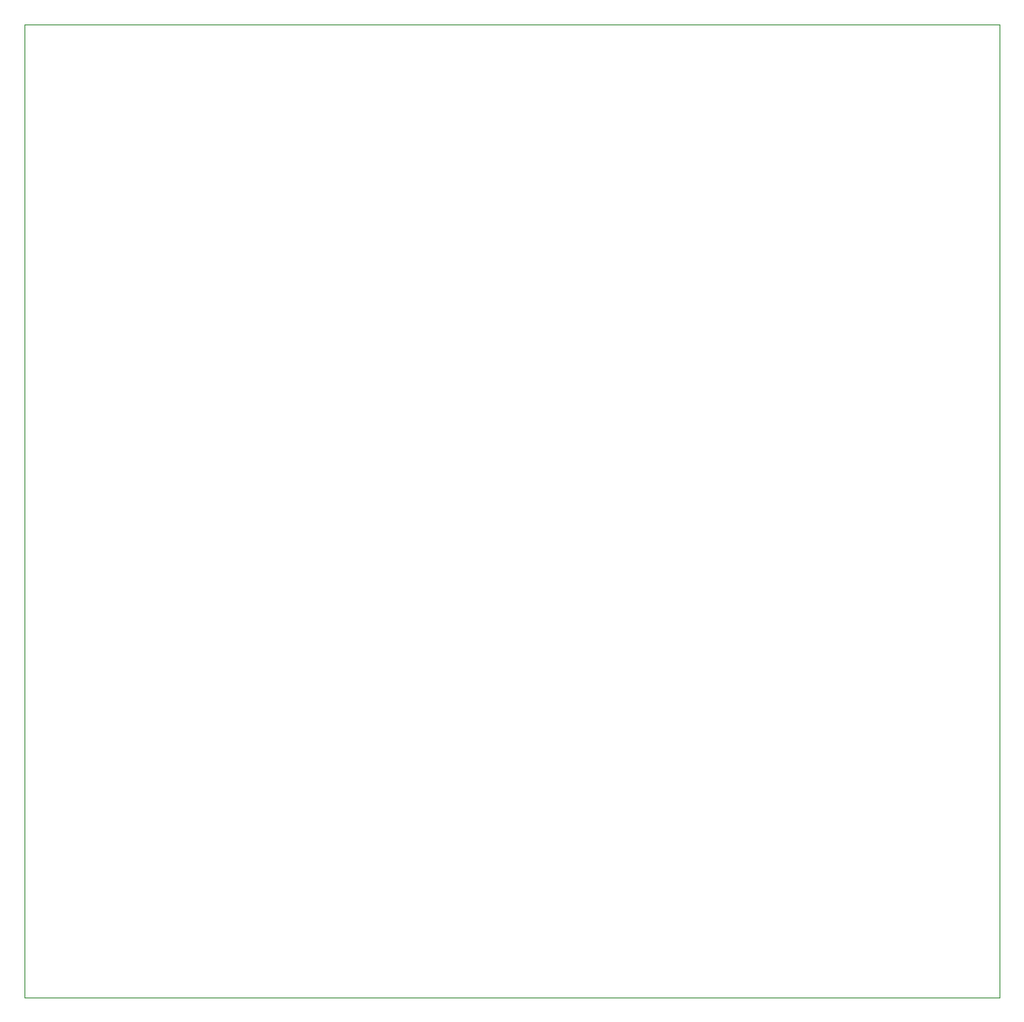
<source format=gbr>
%TF.GenerationSoftware,KiCad,Pcbnew,8.0.8*%
%TF.CreationDate,2025-02-17T14:53:19+01:00*%
%TF.ProjectId,macropad,6d616372-6f70-4616-942e-6b696361645f,rev?*%
%TF.SameCoordinates,Original*%
%TF.FileFunction,Profile,NP*%
%FSLAX46Y46*%
G04 Gerber Fmt 4.6, Leading zero omitted, Abs format (unit mm)*
G04 Created by KiCad (PCBNEW 8.0.8) date 2025-02-17 14:53:19*
%MOMM*%
%LPD*%
G01*
G04 APERTURE LIST*
%TA.AperFunction,Profile*%
%ADD10C,0.050000*%
%TD*%
G04 APERTURE END LIST*
D10*
X133356275Y-23397500D02*
X231125000Y-23397500D01*
X231125000Y-121028750D01*
X133356275Y-121028750D01*
X133356275Y-23397500D01*
M02*

</source>
